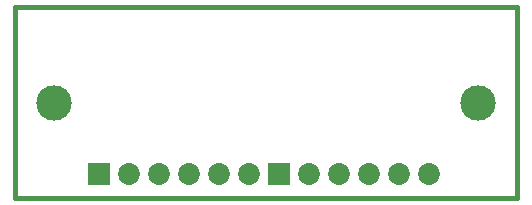
<source format=gbs>
G75*
%MOIN*%
%OFA0B0*%
%FSLAX25Y25*%
%IPPOS*%
%LPD*%
%AMOC8*
5,1,8,0,0,1.08239X$1,22.5*
%
%ADD10C,0.01600*%
%ADD11C,0.00000*%
%ADD12C,0.11824*%
%ADD13R,0.07300X0.07300*%
%ADD14C,0.07300*%
D10*
X0001800Y0033343D02*
X0001800Y0096843D01*
X0169050Y0096843D01*
X0169050Y0033343D01*
X0001865Y0033343D01*
D11*
X0009117Y0065000D02*
X0009119Y0065148D01*
X0009125Y0065296D01*
X0009135Y0065444D01*
X0009149Y0065591D01*
X0009167Y0065738D01*
X0009188Y0065884D01*
X0009214Y0066030D01*
X0009244Y0066175D01*
X0009277Y0066319D01*
X0009315Y0066462D01*
X0009356Y0066604D01*
X0009401Y0066745D01*
X0009449Y0066885D01*
X0009502Y0067024D01*
X0009558Y0067161D01*
X0009618Y0067296D01*
X0009681Y0067430D01*
X0009748Y0067562D01*
X0009819Y0067692D01*
X0009893Y0067820D01*
X0009970Y0067946D01*
X0010051Y0068070D01*
X0010135Y0068192D01*
X0010222Y0068311D01*
X0010313Y0068428D01*
X0010407Y0068543D01*
X0010503Y0068655D01*
X0010603Y0068765D01*
X0010705Y0068871D01*
X0010811Y0068975D01*
X0010919Y0069076D01*
X0011030Y0069174D01*
X0011143Y0069270D01*
X0011259Y0069362D01*
X0011377Y0069451D01*
X0011498Y0069536D01*
X0011621Y0069619D01*
X0011746Y0069698D01*
X0011873Y0069774D01*
X0012002Y0069846D01*
X0012133Y0069915D01*
X0012266Y0069980D01*
X0012401Y0070041D01*
X0012537Y0070099D01*
X0012674Y0070154D01*
X0012813Y0070204D01*
X0012954Y0070251D01*
X0013095Y0070294D01*
X0013238Y0070334D01*
X0013382Y0070369D01*
X0013526Y0070401D01*
X0013672Y0070428D01*
X0013818Y0070452D01*
X0013965Y0070472D01*
X0014112Y0070488D01*
X0014259Y0070500D01*
X0014407Y0070508D01*
X0014555Y0070512D01*
X0014703Y0070512D01*
X0014851Y0070508D01*
X0014999Y0070500D01*
X0015146Y0070488D01*
X0015293Y0070472D01*
X0015440Y0070452D01*
X0015586Y0070428D01*
X0015732Y0070401D01*
X0015876Y0070369D01*
X0016020Y0070334D01*
X0016163Y0070294D01*
X0016304Y0070251D01*
X0016445Y0070204D01*
X0016584Y0070154D01*
X0016721Y0070099D01*
X0016857Y0070041D01*
X0016992Y0069980D01*
X0017125Y0069915D01*
X0017256Y0069846D01*
X0017385Y0069774D01*
X0017512Y0069698D01*
X0017637Y0069619D01*
X0017760Y0069536D01*
X0017881Y0069451D01*
X0017999Y0069362D01*
X0018115Y0069270D01*
X0018228Y0069174D01*
X0018339Y0069076D01*
X0018447Y0068975D01*
X0018553Y0068871D01*
X0018655Y0068765D01*
X0018755Y0068655D01*
X0018851Y0068543D01*
X0018945Y0068428D01*
X0019036Y0068311D01*
X0019123Y0068192D01*
X0019207Y0068070D01*
X0019288Y0067946D01*
X0019365Y0067820D01*
X0019439Y0067692D01*
X0019510Y0067562D01*
X0019577Y0067430D01*
X0019640Y0067296D01*
X0019700Y0067161D01*
X0019756Y0067024D01*
X0019809Y0066885D01*
X0019857Y0066745D01*
X0019902Y0066604D01*
X0019943Y0066462D01*
X0019981Y0066319D01*
X0020014Y0066175D01*
X0020044Y0066030D01*
X0020070Y0065884D01*
X0020091Y0065738D01*
X0020109Y0065591D01*
X0020123Y0065444D01*
X0020133Y0065296D01*
X0020139Y0065148D01*
X0020141Y0065000D01*
X0020139Y0064852D01*
X0020133Y0064704D01*
X0020123Y0064556D01*
X0020109Y0064409D01*
X0020091Y0064262D01*
X0020070Y0064116D01*
X0020044Y0063970D01*
X0020014Y0063825D01*
X0019981Y0063681D01*
X0019943Y0063538D01*
X0019902Y0063396D01*
X0019857Y0063255D01*
X0019809Y0063115D01*
X0019756Y0062976D01*
X0019700Y0062839D01*
X0019640Y0062704D01*
X0019577Y0062570D01*
X0019510Y0062438D01*
X0019439Y0062308D01*
X0019365Y0062180D01*
X0019288Y0062054D01*
X0019207Y0061930D01*
X0019123Y0061808D01*
X0019036Y0061689D01*
X0018945Y0061572D01*
X0018851Y0061457D01*
X0018755Y0061345D01*
X0018655Y0061235D01*
X0018553Y0061129D01*
X0018447Y0061025D01*
X0018339Y0060924D01*
X0018228Y0060826D01*
X0018115Y0060730D01*
X0017999Y0060638D01*
X0017881Y0060549D01*
X0017760Y0060464D01*
X0017637Y0060381D01*
X0017512Y0060302D01*
X0017385Y0060226D01*
X0017256Y0060154D01*
X0017125Y0060085D01*
X0016992Y0060020D01*
X0016857Y0059959D01*
X0016721Y0059901D01*
X0016584Y0059846D01*
X0016445Y0059796D01*
X0016304Y0059749D01*
X0016163Y0059706D01*
X0016020Y0059666D01*
X0015876Y0059631D01*
X0015732Y0059599D01*
X0015586Y0059572D01*
X0015440Y0059548D01*
X0015293Y0059528D01*
X0015146Y0059512D01*
X0014999Y0059500D01*
X0014851Y0059492D01*
X0014703Y0059488D01*
X0014555Y0059488D01*
X0014407Y0059492D01*
X0014259Y0059500D01*
X0014112Y0059512D01*
X0013965Y0059528D01*
X0013818Y0059548D01*
X0013672Y0059572D01*
X0013526Y0059599D01*
X0013382Y0059631D01*
X0013238Y0059666D01*
X0013095Y0059706D01*
X0012954Y0059749D01*
X0012813Y0059796D01*
X0012674Y0059846D01*
X0012537Y0059901D01*
X0012401Y0059959D01*
X0012266Y0060020D01*
X0012133Y0060085D01*
X0012002Y0060154D01*
X0011873Y0060226D01*
X0011746Y0060302D01*
X0011621Y0060381D01*
X0011498Y0060464D01*
X0011377Y0060549D01*
X0011259Y0060638D01*
X0011143Y0060730D01*
X0011030Y0060826D01*
X0010919Y0060924D01*
X0010811Y0061025D01*
X0010705Y0061129D01*
X0010603Y0061235D01*
X0010503Y0061345D01*
X0010407Y0061457D01*
X0010313Y0061572D01*
X0010222Y0061689D01*
X0010135Y0061808D01*
X0010051Y0061930D01*
X0009970Y0062054D01*
X0009893Y0062180D01*
X0009819Y0062308D01*
X0009748Y0062438D01*
X0009681Y0062570D01*
X0009618Y0062704D01*
X0009558Y0062839D01*
X0009502Y0062976D01*
X0009449Y0063115D01*
X0009401Y0063255D01*
X0009356Y0063396D01*
X0009315Y0063538D01*
X0009277Y0063681D01*
X0009244Y0063825D01*
X0009214Y0063970D01*
X0009188Y0064116D01*
X0009167Y0064262D01*
X0009149Y0064409D01*
X0009135Y0064556D01*
X0009125Y0064704D01*
X0009119Y0064852D01*
X0009117Y0065000D01*
X0150455Y0065008D02*
X0150457Y0065156D01*
X0150463Y0065304D01*
X0150473Y0065452D01*
X0150487Y0065599D01*
X0150505Y0065746D01*
X0150526Y0065892D01*
X0150552Y0066038D01*
X0150582Y0066183D01*
X0150615Y0066327D01*
X0150653Y0066470D01*
X0150694Y0066612D01*
X0150739Y0066753D01*
X0150787Y0066893D01*
X0150840Y0067032D01*
X0150896Y0067169D01*
X0150956Y0067304D01*
X0151019Y0067438D01*
X0151086Y0067570D01*
X0151157Y0067700D01*
X0151231Y0067828D01*
X0151308Y0067954D01*
X0151389Y0068078D01*
X0151473Y0068200D01*
X0151560Y0068319D01*
X0151651Y0068436D01*
X0151745Y0068551D01*
X0151841Y0068663D01*
X0151941Y0068773D01*
X0152043Y0068879D01*
X0152149Y0068983D01*
X0152257Y0069084D01*
X0152368Y0069182D01*
X0152481Y0069278D01*
X0152597Y0069370D01*
X0152715Y0069459D01*
X0152836Y0069544D01*
X0152959Y0069627D01*
X0153084Y0069706D01*
X0153211Y0069782D01*
X0153340Y0069854D01*
X0153471Y0069923D01*
X0153604Y0069988D01*
X0153739Y0070049D01*
X0153875Y0070107D01*
X0154012Y0070162D01*
X0154151Y0070212D01*
X0154292Y0070259D01*
X0154433Y0070302D01*
X0154576Y0070342D01*
X0154720Y0070377D01*
X0154864Y0070409D01*
X0155010Y0070436D01*
X0155156Y0070460D01*
X0155303Y0070480D01*
X0155450Y0070496D01*
X0155597Y0070508D01*
X0155745Y0070516D01*
X0155893Y0070520D01*
X0156041Y0070520D01*
X0156189Y0070516D01*
X0156337Y0070508D01*
X0156484Y0070496D01*
X0156631Y0070480D01*
X0156778Y0070460D01*
X0156924Y0070436D01*
X0157070Y0070409D01*
X0157214Y0070377D01*
X0157358Y0070342D01*
X0157501Y0070302D01*
X0157642Y0070259D01*
X0157783Y0070212D01*
X0157922Y0070162D01*
X0158059Y0070107D01*
X0158195Y0070049D01*
X0158330Y0069988D01*
X0158463Y0069923D01*
X0158594Y0069854D01*
X0158723Y0069782D01*
X0158850Y0069706D01*
X0158975Y0069627D01*
X0159098Y0069544D01*
X0159219Y0069459D01*
X0159337Y0069370D01*
X0159453Y0069278D01*
X0159566Y0069182D01*
X0159677Y0069084D01*
X0159785Y0068983D01*
X0159891Y0068879D01*
X0159993Y0068773D01*
X0160093Y0068663D01*
X0160189Y0068551D01*
X0160283Y0068436D01*
X0160374Y0068319D01*
X0160461Y0068200D01*
X0160545Y0068078D01*
X0160626Y0067954D01*
X0160703Y0067828D01*
X0160777Y0067700D01*
X0160848Y0067570D01*
X0160915Y0067438D01*
X0160978Y0067304D01*
X0161038Y0067169D01*
X0161094Y0067032D01*
X0161147Y0066893D01*
X0161195Y0066753D01*
X0161240Y0066612D01*
X0161281Y0066470D01*
X0161319Y0066327D01*
X0161352Y0066183D01*
X0161382Y0066038D01*
X0161408Y0065892D01*
X0161429Y0065746D01*
X0161447Y0065599D01*
X0161461Y0065452D01*
X0161471Y0065304D01*
X0161477Y0065156D01*
X0161479Y0065008D01*
X0161477Y0064860D01*
X0161471Y0064712D01*
X0161461Y0064564D01*
X0161447Y0064417D01*
X0161429Y0064270D01*
X0161408Y0064124D01*
X0161382Y0063978D01*
X0161352Y0063833D01*
X0161319Y0063689D01*
X0161281Y0063546D01*
X0161240Y0063404D01*
X0161195Y0063263D01*
X0161147Y0063123D01*
X0161094Y0062984D01*
X0161038Y0062847D01*
X0160978Y0062712D01*
X0160915Y0062578D01*
X0160848Y0062446D01*
X0160777Y0062316D01*
X0160703Y0062188D01*
X0160626Y0062062D01*
X0160545Y0061938D01*
X0160461Y0061816D01*
X0160374Y0061697D01*
X0160283Y0061580D01*
X0160189Y0061465D01*
X0160093Y0061353D01*
X0159993Y0061243D01*
X0159891Y0061137D01*
X0159785Y0061033D01*
X0159677Y0060932D01*
X0159566Y0060834D01*
X0159453Y0060738D01*
X0159337Y0060646D01*
X0159219Y0060557D01*
X0159098Y0060472D01*
X0158975Y0060389D01*
X0158850Y0060310D01*
X0158723Y0060234D01*
X0158594Y0060162D01*
X0158463Y0060093D01*
X0158330Y0060028D01*
X0158195Y0059967D01*
X0158059Y0059909D01*
X0157922Y0059854D01*
X0157783Y0059804D01*
X0157642Y0059757D01*
X0157501Y0059714D01*
X0157358Y0059674D01*
X0157214Y0059639D01*
X0157070Y0059607D01*
X0156924Y0059580D01*
X0156778Y0059556D01*
X0156631Y0059536D01*
X0156484Y0059520D01*
X0156337Y0059508D01*
X0156189Y0059500D01*
X0156041Y0059496D01*
X0155893Y0059496D01*
X0155745Y0059500D01*
X0155597Y0059508D01*
X0155450Y0059520D01*
X0155303Y0059536D01*
X0155156Y0059556D01*
X0155010Y0059580D01*
X0154864Y0059607D01*
X0154720Y0059639D01*
X0154576Y0059674D01*
X0154433Y0059714D01*
X0154292Y0059757D01*
X0154151Y0059804D01*
X0154012Y0059854D01*
X0153875Y0059909D01*
X0153739Y0059967D01*
X0153604Y0060028D01*
X0153471Y0060093D01*
X0153340Y0060162D01*
X0153211Y0060234D01*
X0153084Y0060310D01*
X0152959Y0060389D01*
X0152836Y0060472D01*
X0152715Y0060557D01*
X0152597Y0060646D01*
X0152481Y0060738D01*
X0152368Y0060834D01*
X0152257Y0060932D01*
X0152149Y0061033D01*
X0152043Y0061137D01*
X0151941Y0061243D01*
X0151841Y0061353D01*
X0151745Y0061465D01*
X0151651Y0061580D01*
X0151560Y0061697D01*
X0151473Y0061816D01*
X0151389Y0061938D01*
X0151308Y0062062D01*
X0151231Y0062188D01*
X0151157Y0062316D01*
X0151086Y0062446D01*
X0151019Y0062578D01*
X0150956Y0062712D01*
X0150896Y0062847D01*
X0150840Y0062984D01*
X0150787Y0063123D01*
X0150739Y0063263D01*
X0150694Y0063404D01*
X0150653Y0063546D01*
X0150615Y0063689D01*
X0150582Y0063833D01*
X0150552Y0063978D01*
X0150526Y0064124D01*
X0150505Y0064270D01*
X0150487Y0064417D01*
X0150473Y0064564D01*
X0150463Y0064712D01*
X0150457Y0064860D01*
X0150455Y0065008D01*
D12*
X0155967Y0065008D03*
X0014629Y0065000D03*
D13*
X0029800Y0041093D03*
X0089800Y0041093D03*
D14*
X0079800Y0041093D03*
X0069800Y0041093D03*
X0059800Y0041093D03*
X0049800Y0041093D03*
X0039800Y0041093D03*
X0099800Y0041093D03*
X0109800Y0041093D03*
X0119800Y0041093D03*
X0129800Y0041093D03*
X0139800Y0041093D03*
M02*

</source>
